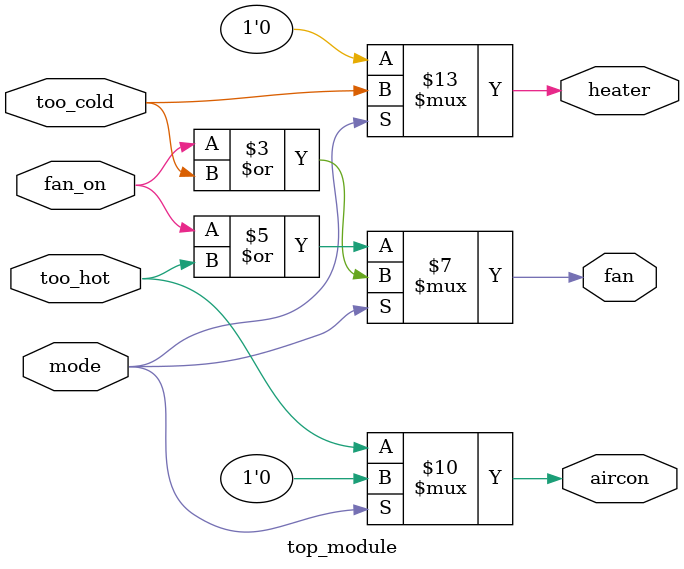
<source format=sv>
module top_module(
  input mode,
  input too_cold,
  input too_hot,
  input fan_on,
  output heater,
  output aircon,
  output fan
);

  reg heater;
  reg aircon;
  reg fan;

  always @(*)
  begin
    if (mode)
    begin
      heater = too_cold;
      aircon = 0;
      fan = fan_on | (heater | aircon);
    end
    else
    begin
      heater = 0;
      aircon = too_hot;
      fan = fan_on | (heater | aircon);
    end
  end

endmodule

</source>
